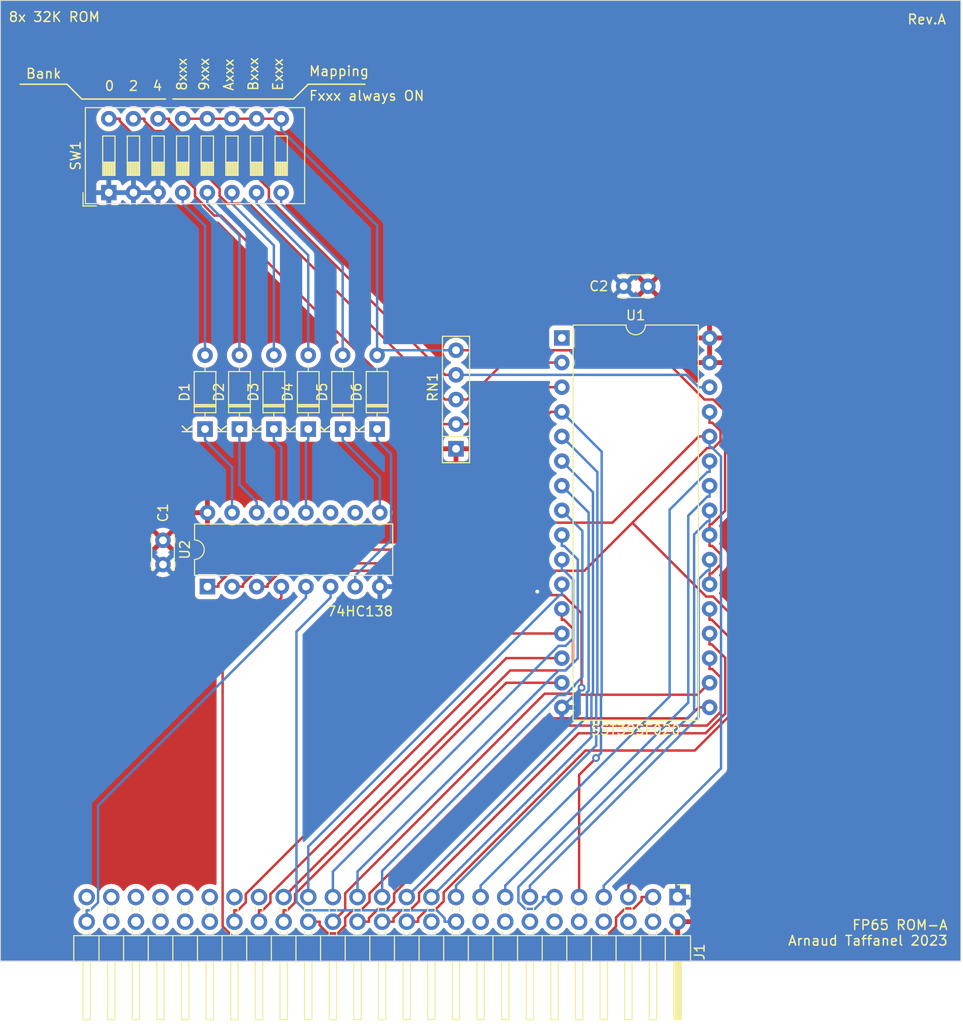
<source format=kicad_pcb>
(kicad_pcb (version 20221018) (generator pcbnew)
  (layers (0 "F.Cu" signal) (31 "B.Cu" signal) (34 "B.Paste" user) (35 "F.Paste" user) (36 "B.SilkS" user "B.Silkscreen") (37 "F.SilkS" user "F.Silkscreen") (38 "B.Mask" user) (39 "F.Mask" user) (44 "Edge.Cuts" user))
  (net 0 "")
  (net 1 "/~{8XXX}")
  (net 2 "Net-(D1-A)")
  (net 3 "/~{9XXX}")
  (net 4 "Net-(D2-A)")
  (net 5 "/~{AXXX}")
  (net 6 "Net-(D3-A)")
  (net 7 "/~{BXXX}")
  (net 8 "Net-(D4-A)")
  (net 9 "/~{EXXX}")
  (net 10 "Net-(D5-A)")
  (net 11 "/~{FXXX}")
  (net 12 "Net-(D6-A)")
  (net 13 "GND")
  (net 14 "VCC")
  (net 15 "/A15")
  (net 17 "/A14")
  (net 19 "/A13")
  (net 21 "/A12")
  (net 23 "/A11")
  (net 25 "/A10")
  (net 27 "/A9")
  (net 29 "/A8")
  (net 31 "/A7")
  (net 32 "/R{slash}~{W}")
  (net 33 "/A6")
  (net 35 "/A5")
  (net 36 "/D7")
  (net 37 "/A4")
  (net 38 "/D6")
  (net 39 "/A3")
  (net 40 "/D5")
  (net 41 "/A2")
  (net 42 "/D4")
  (net 43 "/A1")
  (net 44 "/D3")
  (net 45 "/A0")
  (net 46 "/D2")
  (net 48 "/D1")
  (net 50 "/D0")
  (net 62 "/~{BUS_SEL}")
  (net 63 "Net-(RN1-R1)")
  (net 64 "Net-(RN1-R2)")
  (net 65 "Net-(RN1-R3)")
  (net 67 "/~{DXXX}")
  (net 68 "/~{CXXX}")
  (footprint "Connector_PinHeader_2.54mm:PinHeader_2x25_P2.54mm_Horizontal" (layer "F.Cu") (at 158.496 151.892 -90)
    (fp_text reference "J1" (at 5.655 -2.27 90) (layer "F.SilkS"))
    (fp_text value "~")
    (pad "1" thru_hole rect (at 0 0 270) (size 1.7 1.7) (drill 1) (layers "*.Cu" "*.Mask") (net 13 "GND"))
    (pad "2" thru_hole oval (at 2.54 0 270) (size 1.7 1.7) (drill 1) (layers "*.Cu" "*.Mask") (net 14 "VCC"))
    (pad "3" thru_hole oval (at 0 2.54 270) (size 1.7 1.7) (drill 1) (layers "*.Cu" "*.Mask") (net 15 "/A15"))
    (pad "4" thru_hole oval (at 2.54 2.54 270) (size 1.7 1.7) (drill 1) (layers "*.Cu" "*.Mask"))
    (pad "5" thru_hole oval (at 0 5.08 270) (size 1.7 1.7) (drill 1) (layers "*.Cu" "*.Mask") (net 17 "/A14"))
    (pad "6" thru_hole oval (at 2.54 5.08 270) (size 1.7 1.7) (drill 1) (layers "*.Cu" "*.Mask"))
    (pad "7" thru_hole oval (at 0 7.62 270) (size 1.7 1.7) (drill 1) (layers "*.Cu" "*.Mask") (net 19 "/A13"))
    (pad "8" thru_hole oval (at 2.54 7.62 270) (size 1.7 1.7) (drill 1) (layers "*.Cu" "*.Mask"))
    (pad "9" thru_hole oval (at 0 10.16 270) (size 1.7 1.7) (drill 1) (layers "*.Cu" "*.Mask") (net 21 "/A12"))
    (pad "10" thru_hole oval (at 2.54 10.16 270) (size 1.7 1.7) (drill 1) (layers "*.Cu" "*.Mask"))
    (pad "11" thru_hole oval (at 0 12.7 270) (size 1.7 1.7) (drill 1) (layers "*.Cu" "*.Mask") (net 23 "/A11"))
    (pad "12" thru_hole oval (at 2.54 12.7 270) (size 1.7 1.7) (drill 1) (layers "*.Cu" "*.Mask"))
    (pad "13" thru_hole oval (at 0 15.24 270) (size 1.7 1.7) (drill 1) (layers "*.Cu" "*.Mask") (net 25 "/A10"))
    (pad "14" thru_hole oval (at 2.54 15.24 270) (size 1.7 1.7) (drill 1) (layers "*.Cu" "*.Mask"))
    (pad "15" thru_hole oval (at 0 17.78 270) (size 1.7 1.7) (drill 1) (layers "*.Cu" "*.Mask") (net 27 "/A9"))
    (pad "16" thru_hole oval (at 2.54 17.78 270) (size 1.7 1.7) (drill 1) (layers "*.Cu" "*.Mask"))
    (pad "17" thru_hole oval (at 0 20.32 270) (size 1.7 1.7) (drill 1) (layers "*.Cu" "*.Mask") (net 29 "/A8"))
    (pad "18" thru_hole oval (at 2.54 20.32 270) (size 1.7 1.7) (drill 1) (layers "*.Cu" "*.Mask"))
    (pad "19" thru_hole oval (at 0 22.86 270) (size 1.7 1.7) (drill 1) (layers "*.Cu" "*.Mask") (net 31 "/A7"))
    (pad "20" thru_hole oval (at 2.54 22.86 270) (size 1.7 1.7) (drill 1) (layers "*.Cu" "*.Mask") (net 32 "/R{slash}~{W}"))
    (pad "21" thru_hole oval (at 0 25.4 270) (size 1.7 1.7) (drill 1) (layers "*.Cu" "*.Mask") (net 33 "/A6"))
    (pad "22" thru_hole oval (at 2.54 25.4 270) (size 1.7 1.7) (drill 1) (layers "*.Cu" "*.Mask"))
    (pad "23" thru_hole oval (at 0 27.94 270) (size 1.7 1.7) (drill 1) (layers "*.Cu" "*.Mask") (net 35 "/A5"))
    (pad "24" thru_hole oval (at 2.54 27.94 270) (size 1.7 1.7) (drill 1) (layers "*.Cu" "*.Mask") (net 36 "/D7"))
    (pad "25" thru_hole oval (at 0 30.48 270) (size 1.7 1.7) (drill 1) (layers "*.Cu" "*.Mask") (net 37 "/A4"))
    (pad "26" thru_hole oval (at 2.54 30.48 270) (size 1.7 1.7) (drill 1) (layers "*.Cu" "*.Mask") (net 38 "/D6"))
    (pad "27" thru_hole oval (at 0 33.02 270) (size 1.7 1.7) (drill 1) (layers "*.Cu" "*.Mask") (net 39 "/A3"))
    (pad "28" thru_hole oval (at 2.54 33.02 270) (size 1.7 1.7) (drill 1) (layers "*.Cu" "*.Mask") (net 40 "/D5"))
    (pad "29" thru_hole oval (at 0 35.56 270) (size 1.7 1.7) (drill 1) (layers "*.Cu" "*.Mask") (net 41 "/A2"))
    (pad "30" thru_hole oval (at 2.54 35.56 270) (size 1.7 1.7) (drill 1) (layers "*.Cu" "*.Mask") (net 42 "/D4"))
    (pad "31" thru_hole oval (at 0 38.1 270) (size 1.7 1.7) (drill 1) (layers "*.Cu" "*.Mask") (net 43 "/A1"))
    (pad "32" thru_hole oval (at 2.54 38.1 270) (size 1.7 1.7) (drill 1) (layers "*.Cu" "*.Mask") (net 44 "/D3"))
    (pad "33" thru_hole oval (at 0 40.64 270) (size 1.7 1.7) (drill 1) (layers "*.Cu" "*.Mask") (net 45 "/A0"))
    (pad "34" thru_hole oval (at 2.54 40.64 270) (size 1.7 1.7) (drill 1) (layers "*.Cu" "*.Mask") (net 46 "/D2"))
    (pad "35" thru_hole oval (at 0 43.18 270) (size 1.7 1.7) (drill 1) (layers "*.Cu" "*.Mask"))
    (pad "36" thru_hole oval (at 2.54 43.18 270) (size 1.7 1.7) (drill 1) (layers "*.Cu" "*.Mask") (net 48 "/D1"))
    (pad "37" thru_hole oval (at 0 45.72 270) (size 1.7 1.7) (drill 1) (layers "*.Cu" "*.Mask"))
    (pad "38" thru_hole oval (at 2.54 45.72 270) (size 1.7 1.7) (drill 1) (layers "*.Cu" "*.Mask") (net 50 "/D0"))
    (pad "39" thru_hole oval (at 0 48.26 270) (size 1.7 1.7) (drill 1) (layers "*.Cu" "*.Mask"))
    (pad "40" thru_hole oval (at 2.54 48.26 270) (size 1.7 1.7) (drill 1) (layers "*.Cu" "*.Mask"))
    (pad "41" thru_hole oval (at 0 50.8 270) (size 1.7 1.7) (drill 1) (layers "*.Cu" "*.Mask"))
    (pad "42" thru_hole oval (at 2.54 50.8 270) (size 1.7 1.7) (drill 1) (layers "*.Cu" "*.Mask"))
    (pad "43" thru_hole oval (at 0 53.34 270) (size 1.7 1.7) (drill 1) (layers "*.Cu" "*.Mask"))
    (pad "44" thru_hole oval (at 2.54 53.34 270) (size 1.7 1.7) (drill 1) (layers "*.Cu" "*.Mask"))
    (pad "45" thru_hole oval (at 0 55.88 270) (size 1.7 1.7) (drill 1) (layers "*.Cu" "*.Mask"))
    (pad "46" thru_hole oval (at 2.54 55.88 270) (size 1.7 1.7) (drill 1) (layers "*.Cu" "*.Mask"))
    (pad "47" thru_hole oval (at 0 58.42 270) (size 1.7 1.7) (drill 1) (layers "*.Cu" "*.Mask"))
    (pad "48" thru_hole oval (at 2.54 58.42 270) (size 1.7 1.7) (drill 1) (layers "*.Cu" "*.Mask"))
    (pad "49" thru_hole oval (at 0 60.96 270) (size 1.7 1.7) (drill 1) (layers "*.Cu" "*.Mask"))
    (pad "50" thru_hole oval (at 2.54 60.96 270) (size 1.7 1.7) (drill 1) (layers "*.Cu" "*.Mask") (net 62 "/~{BUS_SEL}"))
  )
  (footprint "Package_DIP:DIP-32_W15.24mm" (layer "F.Cu") (at 146.553 94.234)
    (fp_text reference "U1" (at 7.62 -2.33) (layer "F.SilkS"))
    (fp_text value "SST39SF020" (at 7.62 40.43) (layer "F.SilkS"))
    (pad "1" thru_hole rect (at 0 0) (size 1.6 1.6) (drill 0.8) (layers "*.Cu" "*.Mask"))
    (pad "2" thru_hole oval (at 0 2.54) (size 1.6 1.6) (drill 0.8) (layers "*.Cu" "*.Mask") (net 64 "Net-(RN1-R2)"))
    (pad "3" thru_hole oval (at 0 5.08) (size 1.6 1.6) (drill 0.8) (layers "*.Cu" "*.Mask") (net 63 "Net-(RN1-R1)"))
    (pad "4" thru_hole oval (at 0 7.62) (size 1.6 1.6) (drill 0.8) (layers "*.Cu" "*.Mask") (net 21 "/A12"))
    (pad "5" thru_hole oval (at 0 10.16) (size 1.6 1.6) (drill 0.8) (layers "*.Cu" "*.Mask") (net 31 "/A7"))
    (pad "6" thru_hole oval (at 0 12.7) (size 1.6 1.6) (drill 0.8) (layers "*.Cu" "*.Mask") (net 33 "/A6"))
    (pad "7" thru_hole oval (at 0 15.24) (size 1.6 1.6) (drill 0.8) (layers "*.Cu" "*.Mask") (net 35 "/A5"))
    (pad "8" thru_hole oval (at 0 17.78) (size 1.6 1.6) (drill 0.8) (layers "*.Cu" "*.Mask") (net 37 "/A4"))
    (pad "9" thru_hole oval (at 0 20.32) (size 1.6 1.6) (drill 0.8) (layers "*.Cu" "*.Mask") (net 39 "/A3"))
    (pad "10" thru_hole oval (at 0 22.86) (size 1.6 1.6) (drill 0.8) (layers "*.Cu" "*.Mask") (net 41 "/A2"))
    (pad "11" thru_hole oval (at 0 25.4) (size 1.6 1.6) (drill 0.8) (layers "*.Cu" "*.Mask") (net 43 "/A1"))
    (pad "12" thru_hole oval (at 0 27.94) (size 1.6 1.6) (drill 0.8) (layers "*.Cu" "*.Mask") (net 45 "/A0"))
    (pad "13" thru_hole oval (at 0 30.48) (size 1.6 1.6) (drill 0.8) (layers "*.Cu" "*.Mask") (net 50 "/D0"))
    (pad "14" thru_hole oval (at 0 33.02) (size 1.6 1.6) (drill 0.8) (layers "*.Cu" "*.Mask") (net 48 "/D1"))
    (pad "15" thru_hole oval (at 0 35.56) (size 1.6 1.6) (drill 0.8) (layers "*.Cu" "*.Mask") (net 46 "/D2"))
    (pad "16" thru_hole oval (at 0 38.1) (size 1.6 1.6) (drill 0.8) (layers "*.Cu" "*.Mask") (net 13 "GND"))
    (pad "17" thru_hole oval (at 15.24 38.1) (size 1.6 1.6) (drill 0.8) (layers "*.Cu" "*.Mask") (net 44 "/D3"))
    (pad "18" thru_hole oval (at 15.24 35.56) (size 1.6 1.6) (drill 0.8) (layers "*.Cu" "*.Mask") (net 42 "/D4"))
    (pad "19" thru_hole oval (at 15.24 33.02) (size 1.6 1.6) (drill 0.8) (layers "*.Cu" "*.Mask") (net 40 "/D5"))
    (pad "20" thru_hole oval (at 15.24 30.48) (size 1.6 1.6) (drill 0.8) (layers "*.Cu" "*.Mask") (net 38 "/D6"))
    (pad "21" thru_hole oval (at 15.24 27.94) (size 1.6 1.6) (drill 0.8) (layers "*.Cu" "*.Mask") (net 36 "/D7"))
    (pad "22" thru_hole oval (at 15.24 25.4) (size 1.6 1.6) (drill 0.8) (layers "*.Cu" "*.Mask") (net 12 "Net-(D6-A)"))
    (pad "23" thru_hole oval (at 15.24 22.86) (size 1.6 1.6) (drill 0.8) (layers "*.Cu" "*.Mask") (net 25 "/A10"))
    (pad "24" thru_hole oval (at 15.24 20.32) (size 1.6 1.6) (drill 0.8) (layers "*.Cu" "*.Mask") (net 12 "Net-(D6-A)"))
    (pad "25" thru_hole oval (at 15.24 17.78) (size 1.6 1.6) (drill 0.8) (layers "*.Cu" "*.Mask") (net 23 "/A11"))
    (pad "26" thru_hole oval (at 15.24 15.24) (size 1.6 1.6) (drill 0.8) (layers "*.Cu" "*.Mask") (net 27 "/A9"))
    (pad "27" thru_hole oval (at 15.24 12.7) (size 1.6 1.6) (drill 0.8) (layers "*.Cu" "*.Mask") (net 29 "/A8"))
    (pad "28" thru_hole oval (at 15.24 10.16) (size 1.6 1.6) (drill 0.8) (layers "*.Cu" "*.Mask") (net 19 "/A13"))
    (pad "29" thru_hole oval (at 15.24 7.62) (size 1.6 1.6) (drill 0.8) (layers "*.Cu" "*.Mask") (net 17 "/A14"))
    (pad "30" thru_hole oval (at 15.24 5.08) (size 1.6 1.6) (drill 0.8) (layers "*.Cu" "*.Mask") (net 65 "Net-(RN1-R3)"))
    (pad "31" thru_hole oval (at 15.24 2.54) (size 1.6 1.6) (drill 0.8) (layers "*.Cu" "*.Mask") (net 14 "VCC"))
    (pad "32" thru_hole oval (at 15.24 0) (size 1.6 1.6) (drill 0.8) (layers "*.Cu" "*.Mask") (net 14 "VCC"))
  )
  (footprint "Resistor_THT:R_Array_SIP5" (layer "F.Cu") (at 135.636 105.664 90)
    (fp_text reference "RN1" (at 6.35 -2.4 90) (layer "F.SilkS"))
    (fp_text value "R_Network04")
    (pad "1" thru_hole rect (at 0 0 90) (size 1.6 1.6) (drill 0.8) (layers "*.Cu" "*.Mask") (net 14 "VCC"))
    (pad "2" thru_hole oval (at 2.54 0 90) (size 1.6 1.6) (drill 0.8) (layers "*.Cu" "*.Mask") (net 63 "Net-(RN1-R1)"))
    (pad "3" thru_hole oval (at 5.08 0 90) (size 1.6 1.6) (drill 0.8) (layers "*.Cu" "*.Mask") (net 64 "Net-(RN1-R2)"))
    (pad "4" thru_hole oval (at 7.62 0 90) (size 1.6 1.6) (drill 0.8) (layers "*.Cu" "*.Mask") (net 65 "Net-(RN1-R3)"))
    (pad "5" thru_hole oval (at 10.16 0 90) (size 1.6 1.6) (drill 0.8) (layers "*.Cu" "*.Mask") (net 12 "Net-(D6-A)"))
  )
  (footprint "Capacitor_THT:C_Disc_D3.4mm_W2.1mm_P2.50mm" (layer "F.Cu") (at 155.428 88.9 180)
    (fp_text reference "C2" (at 5.06 0) (layer "F.SilkS"))
    (fp_text value "C")
    (pad "1" thru_hole circle (at 0 0 180) (size 1.6 1.6) (drill 0.8) (layers "*.Cu" "*.Mask") (net 14 "VCC"))
    (pad "2" thru_hole circle (at 2.5 0 180) (size 1.6 1.6) (drill 0.8) (layers "*.Cu" "*.Mask") (net 13 "GND"))
  )
  (footprint "Diode_THT:D_DO-35_SOD27_P7.62mm_Horizontal" (layer "F.Cu") (at 120.396 103.632 90)
    (fp_text reference "D4" (at 3.81 -2.12 90) (layer "F.SilkS"))
    (fp_text value "D_Schottky")
    (fp_text user "K" (at 0 -1.8 90) (layer "F.SilkS"))
    (pad "1" thru_hole rect (at 0 0 90) (size 1.6 1.6) (drill 0.8) (layers "*.Cu" "*.Mask") (net 7 "/~{BXXX}"))
    (pad "2" thru_hole oval (at 7.62 0 90) (size 1.6 1.6) (drill 0.8) (layers "*.Cu" "*.Mask") (net 8 "Net-(D4-A)"))
  )
  (footprint "Package_DIP:DIP-16_W7.62mm" (layer "F.Cu") (at 109.997 119.878 90)
    (fp_text reference "U2" (at 3.81 -2.33 90) (layer "F.SilkS"))
    (fp_text value "74HC138" (at -2.55 15.733 180) (layer "F.SilkS"))
    (pad "1" thru_hole rect (at 0 0 90) (size 1.6 1.6) (drill 0.8) (layers "*.Cu" "*.Mask") (net 21 "/A12"))
    (pad "2" thru_hole oval (at 0 2.54 90) (size 1.6 1.6) (drill 0.8) (layers "*.Cu" "*.Mask") (net 19 "/A13"))
    (pad "3" thru_hole oval (at 0 5.08 90) (size 1.6 1.6) (drill 0.8) (layers "*.Cu" "*.Mask") (net 17 "/A14"))
    (pad "4" thru_hole oval (at 0 7.62 90) (size 1.6 1.6) (drill 0.8) (layers "*.Cu" "*.Mask") (net 15 "/A15"))
    (pad "5" thru_hole oval (at 0 10.16 90) (size 1.6 1.6) (drill 0.8) (layers "*.Cu" "*.Mask") (net 62 "/~{BUS_SEL}"))
    (pad "6" thru_hole oval (at 0 12.7 90) (size 1.6 1.6) (drill 0.8) (layers "*.Cu" "*.Mask") (net 32 "/R{slash}~{W}"))
    (pad "7" thru_hole oval (at 0 15.24 90) (size 1.6 1.6) (drill 0.8) (layers "*.Cu" "*.Mask") (net 11 "/~{FXXX}"))
    (pad "8" thru_hole oval (at 0 17.78 90) (size 1.6 1.6) (drill 0.8) (layers "*.Cu" "*.Mask") (net 13 "GND"))
    (pad "9" thru_hole oval (at 7.62 17.78 90) (size 1.6 1.6) (drill 0.8) (layers "*.Cu" "*.Mask") (net 9 "/~{EXXX}"))
    (pad "10" thru_hole oval (at 7.62 15.24 90) (size 1.6 1.6) (drill 0.8) (layers "*.Cu" "*.Mask") (net 67 "/~{DXXX}"))
    (pad "11" thru_hole oval (at 7.62 12.7 90) (size 1.6 1.6) (drill 0.8) (layers "*.Cu" "*.Mask") (net 68 "/~{CXXX}"))
    (pad "12" thru_hole oval (at 7.62 10.16 90) (size 1.6 1.6) (drill 0.8) (layers "*.Cu" "*.Mask") (net 7 "/~{BXXX}"))
    (pad "13" thru_hole oval (at 7.62 7.62 90) (size 1.6 1.6) (drill 0.8) (layers "*.Cu" "*.Mask") (net 5 "/~{AXXX}"))
    (pad "14" thru_hole oval (at 7.62 5.08 90) (size 1.6 1.6) (drill 0.8) (layers "*.Cu" "*.Mask") (net 3 "/~{9XXX}"))
    (pad "15" thru_hole oval (at 7.62 2.54 90) (size 1.6 1.6) (drill 0.8) (layers "*.Cu" "*.Mask") (net 1 "/~{8XXX}"))
    (pad "16" thru_hole oval (at 7.62 0 90) (size 1.6 1.6) (drill 0.8) (layers "*.Cu" "*.Mask") (net 14 "VCC"))
  )
  (footprint "Diode_THT:D_DO-35_SOD27_P7.62mm_Horizontal" (layer "F.Cu") (at 109.746 103.632 90)
    (fp_text reference "D1" (at 3.81 -2.12 90) (layer "F.SilkS"))
    (fp_text value "D_Schottky")
    (fp_text user "K" (at 0 -1.8 90) (layer "F.SilkS"))
    (pad "1" thru_hole rect (at 0 0 90) (size 1.6 1.6) (drill 0.8) (layers "*.Cu" "*.Mask") (net 1 "/~{8XXX}"))
    (pad "2" thru_hole oval (at 7.62 0 90) (size 1.6 1.6) (drill 0.8) (layers "*.Cu" "*.Mask") (net 2 "Net-(D1-A)"))
  )
  (footprint "Capacitor_THT:C_Disc_D3.4mm_W2.1mm_P2.50mm" (layer "F.Cu") (at 105.41 115.102 -90)
    (fp_text reference "C1" (at -2.834 0 90) (layer "F.SilkS"))
    (fp_text value "C")
    (pad "1" thru_hole circle (at 0 0 270) (size 1.6 1.6) (drill 0.8) (layers "*.Cu" "*.Mask") (net 14 "VCC"))
    (pad "2" thru_hole circle (at 2.5 0 270) (size 1.6 1.6) (drill 0.8) (layers "*.Cu" "*.Mask") (net 13 "GND"))
  )
  (footprint "Diode_THT:D_DO-35_SOD27_P7.62mm_Horizontal" (layer "F.Cu") (at 127.496 103.632 90)
    (fp_text reference "D6" (at 3.81 -2.12 90) (layer "F.SilkS"))
    (fp_text value "D_Schottky")
    (fp_text user "K" (at 0 -1.8 90) (layer "F.SilkS"))
    (pad "1" thru_hole rect (at 0 0 90) (size 1.6 1.6) (drill 0.8) (layers "*.Cu" "*.Mask") (net 11 "/~{FXXX}"))
    (pad "2" thru_hole oval (at 7.62 0 90) (size 1.6 1.6) (drill 0.8) (layers "*.Cu" "*.Mask") (net 12 "Net-(D6-A)"))
  )
  (footprint "Diode_THT:D_DO-35_SOD27_P7.62mm_Horizontal" (layer "F.Cu") (at 113.296 103.632 90)
    (fp_text reference "D2" (at 3.81 -2.12 90) (layer "F.SilkS"))
    (fp_text value "D_Schottky")
    (fp_text user "K" (at 0 -1.8 90) (layer "F.SilkS"))
    (pad "1" thru_hole rect (at 0 0 90) (size 1.6 1.6) (drill 0.8) (layers "*.Cu" "*.Mask") (net 3 "/~{9XXX}"))
    (pad "2" thru_hole oval (at 7.62 0 90) (size 1.6 1.6) (drill 0.8) (layers "*.Cu" "*.Mask") (net 4 "Net-(D2-A)"))
  )
  (footprint "Button_Switch_THT:SW_DIP_SPSTx08_Slide_9.78x22.5mm_W7.62mm_P2.54mm" (layer "F.Cu") (at 99.822 79.248 90)
    (fp_text reference "SW1" (at 3.81 -3.42 90) (layer "F.SilkS"))
    (fp_text value "SW_DIP_x08")
    (pad "1" thru_hole rect (at 0 0 90) (size 1.6 1.6) (drill 0.8) (layers "*.Cu" "*.Mask") (net 13 "GND"))
    (pad "2" thru_hole oval (at 0 2.54 90) (size 1.6 1.6) (drill 0.8) (layers "*.Cu" "*.Mask") (net 13 "GND"))
    (pad "3" thru_hole oval (at 0 5.08 90) (size 1.6 1.6) (drill 0.8) (layers "*.Cu" "*.Mask") (net 13 "GND"))
    (pad "4" thru_hole oval (at 0 7.62 90) (size 1.6 1.6) (drill 0.8) (layers "*.Cu" "*.Mask") (net 2 "Net-(D1-A)"))
    (pad "5" thru_hole oval (at 0 10.16 90) (size 1.6 1.6) (drill 0.8) (layers "*.Cu" "*.Mask") (net 4 "Net-(D2-A)"))
    (pad "6" thru_hole oval (at 0 12.7 90) (size 1.6 1.6) (drill 0.8) (layers "*.Cu" "*.Mask") (net 6 "Net-(D3-A)"))
    (pad "7" thru_hole oval (at 0 15.24 90) (size 1.6 1.6) (drill 0.8) (layers "*.Cu" "*.Mask") (net 8 "Net-(D4-A)"))
    (pad "8" thru_hole oval (at 0 17.78 90) (size 1.6 1.6) (drill 0.8) (layers "*.Cu" "*.Mask") (net 10 "Net-(D5-A)"))
    (pad "9" thru_hole oval (at 7.62 17.78 90) (size 1.6 1.6) (drill 0.8) (layers "*.Cu" "*.Mask") (net 12 "Net-(D6-A)"))
    (pad "10" thru_hole oval (at 7.62 15.24 90) (size 1.6 1.6) (drill 0.8) (layers "*.Cu" "*.Mask") (net 12 "Net-(D6-A)"))
    (pad "11" thru_hole oval (at 7.62 12.7 90) (size 1.6 1.6) (drill 0.8) (layers "*.Cu" "*.Mask") (net 12 "Net-(D6-A)"))
    (pad "12" thru_hole oval (at 7.62 10.16 90) (size 1.6 1.6) (drill 0.8) (layers "*.Cu" "*.Mask") (net 12 "Net-(D6-A)"))
    (pad "13" thru_hole oval (at 7.62 7.62 90) (size 1.6 1.6) (drill 0.8) (layers "*.Cu" "*.Mask") (net 12 "Net-(D6-A)"))
    (pad "14" thru_hole oval (at 7.62 5.08 90) (size 1.6 1.6) (drill 0.8) (layers "*.Cu" "*.Mask") (net 65 "Net-(RN1-R3)"))
    (pad "15" thru_hole oval (at 7.62 2.54 90) (size 1.6 1.6) (drill 0.8) (layers "*.Cu" "*.Mask") (net 64 "Net-(RN1-R2)"))
    (pad "16" thru_hole oval (at 7.62 0 90) (size 1.6 1.6) (drill 0.8) (layers "*.Cu" "*.Mask") (net 63 "Net-(RN1-R1)"))
  )
  (footprint "Diode_THT:D_DO-35_SOD27_P7.62mm_Horizontal" (layer "F.Cu") (at 116.846 103.632 90)
    (fp_text reference "D3" (at 3.81 -2.12 90) (layer "F.SilkS"))
    (fp_text value "D_Schottky")
    (fp_text user "K" (at 0 -1.8 90) (layer "F.SilkS"))
    (pad "1" thru_hole rect (at 0 0 90) (size 1.6 1.6) (drill 0.8) (layers "*.Cu" "*.Mask") (net 5 "/~{AXXX}"))
    (pad "2" thru_hole oval (at 7.62 0 90) (size 1.6 1.6) (drill 0.8) (layers "*.Cu" "*.Mask") (net 6 "Net-(D3-A)"))
  )
  (footprint "Diode_THT:D_DO-35_SOD27_P7.62mm_Horizontal" (layer "F.Cu") (at 123.946 103.632 90)
    (fp_text reference "D5" (at 3.81 -2.12 90) (layer "F.SilkS"))
    (fp_text value "D_Schottky")
    (fp_text user "K" (at 0 -1.8 90) (layer "F.SilkS"))
    (pad "1" thru_hole rect (at 0 0 90) (size 1.6 1.6) (drill 0.8) (layers "*.Cu" "*.Mask") (net 9 "/~{EXXX}"))
    (pad "2" thru_hole oval (at 7.62 0 90) (size 1.6 1.6) (drill 0.8) (layers "*.Cu" "*.Mask") (net 10 "Net-(D5-A)"))
  )
  (gr_line (start 106.426 69.596) (end 118.872 69.596) (stroke (width 0.15)) (layer "F.SilkS"))
  (gr_line (start 95.504 68.072) (end 97.028 69.596) (stroke (width 0.15)) (layer "F.SilkS"))
  (gr_line (start 118.872 69.596) (end 120.396 68.072) (stroke (width 0.15)) (layer "F.SilkS"))
  (gr_line (start 97.028 69.596) (end 105.664 69.596) (stroke (width 0.15)) (layer "F.SilkS"))
  (gr_line (start 90.678 68.072) (end 95.504 68.072) (stroke (width 0.15)) (layer "F.SilkS"))
  (gr_line (start 120.396 68.072) (end 126.238 68.072) (stroke (width 0.15)) (layer "F.SilkS"))
  (gr_line (start 187.706 59.436) (end 187.706 158.496) (stroke (width 0.1)) (layer "Edge.Cuts"))
  (gr_line (start 187.706 158.496) (end 88.646 158.496) (stroke (width 0.1)) (layer "Edge.Cuts"))
  (gr_line (start 88.646 158.496) (end 88.646 59.436) (stroke (width 0.1)) (layer "Edge.Cuts"))
  (gr_line (start 88.646 59.436) (end 187.706 59.436) (stroke (width 0.1)) (layer "Edge.Cuts"))
  (gr_text "Exxx" (at 117.856 68.834 90) (layer "F.SilkS") (effects (font (size 1 1)) (justify left bottom)))
  (gr_text "Bank" (at 91.186 67.564) (layer "F.SilkS") (effects (font (size 1 1)) (justify left bottom)))
  (gr_text "Mapping" (at 120.396 67.31) (layer "F.SilkS") (effects (font (size 1 1)) (justify left bottom)))
  (gr_text "9xxx" (at 110.236 68.834 90) (layer "F.SilkS") (effects (font (size 1 1)) (justify left bottom)))
  (gr_text "Rev.A" (at 182.118 61.976) (layer "F.SilkS") (effects (font (size 1 1)) (justify left bottom)))
  (gr_text "Axxx" (at 112.776 68.834 90) (layer "F.SilkS") (effects (font (size 1 1)) (justify left bottom)))
  (gr_text "8xxx" (at 107.95 68.834 90) (layer "F.SilkS") (effects (font (size 1 1)) (justify left bottom)))
  (gr_text "FP65 ROM-A\nArnaud Taffanel 2023" (at 186.436 156.972) (layer "F.SilkS") (effects (font (size 1 1)) (justify right bottom)))
  (gr_text "Bxxx" (at 115.316 68.834 90) (layer "F.SilkS") (effects (font (size 1 1)) (justify left bottom)))
  (gr_text "0  2  4" (at 99.314 68.834) (layer "F.SilkS") (effects (font (size 1 1)) (justify left bottom)))
  (gr_text "Fxxx always ON" (at 120.396 69.85) (layer "F.SilkS") (effects (font (size 1 1)) (justify left bottom)))
  (gr_text "8x 32K ROM" (at 89.408 61.722) (layer "F.SilkS") (effects (font (size 1 1)) (justify left bottom)))
  (segment (start 109.746 103.632) (end 109.746 104.7589) (width 0.25) (layer "B.Cu") (net 1))
  (segment (start 109.746 104.7589) (end 112.537 107.5499) (width 0.25) (layer "B.Cu") (net 1))
  (segment (start 112.537 107.5499) (end 112.537 112.258) (width 0.25) (layer "B.Cu") (net 1))
  (segment (start 109.746 82.6789) (end 109.746 96.012) (width 0.25) (layer "B.Cu") (net 2))
  (segment (start 107.442 80.3749) (end 109.746 82.6789) (width 0.25) (layer "B.Cu") (net 2))
  (segment (start 107.442 79.248) (end 107.442 80.3749) (width 0.25) (layer "B.Cu") (net 2))
  (segment (start 115.077 112.258) (end 115.077 111.1311) (width 0.25) (layer "B.Cu") (net 3))
  (segment (start 113.296 109.3501) (end 115.077 111.1311) (width 0.25) (layer "B.Cu") (net 3))
  (segment (start 113.296 103.632) (end 113.296 109.3501) (width 0.25) (layer "B.Cu") (net 3))
  (segment (start 113.296 83.6889) (end 113.296 96.012) (width 0.25) (layer "B.Cu") (net 4))
  (segment (start 109.982 79.248) (end 109.982 80.3749) (width 0.25) (layer "B.Cu") (net 4))
  (segment (start 109.982 80.3749) (end 113.296 83.6889) (width 0.25) (layer "B.Cu") (net 4))
  (segment (start 116.846 104.7589) (end 117.617 105.5299) (width 0.25) (layer "B.Cu") (net 5))
  (segment (start 117.617 105.5299) (end 117.617 112.258) (width 0.25) (layer "B.Cu") (net 5))
  (segment (start 116.846 103.632) (end 116.846 104.7589) (width 0.25) (layer "B.Cu") (net 5))
  (segment (start 116.846 96.012) (end 116.846 84.6989) (width 0.25) (layer "B.Cu") (net 6))
  (segment (start 112.522 79.248) (end 112.522 80.3749) (width 0.25) (layer "B.Cu") (net 6))
  (segment (start 116.846 84.6989) (end 112.522 80.3749) (width 0.25) (layer "B.Cu") (net 6))
  (segment (start 120.157 104.9979) (end 120.157 112.258) (width 0.25) (layer "B.Cu") (net 7))
  (segment (start 120.396 104.7589) (end 120.157 104.9979) (width 0.25) (layer "B.Cu") (net 7))
  (segment (start 120.396 103.632) (end 120.396 104.7589) (width 0.25) (layer "B.Cu") (net 7))
  (segment (start 115.062 80.3749) (end 120.396 85.7089) (width 0.25) (layer "B.Cu") (net 8))
  (segment (start 120.396 85.7089) (end 120.396 96.012) (width 0.25) (layer "B.Cu") (net 8))
  (segment (start 115.062 79.248) (end 115.062 80.3749) (width 0.25) (layer "B.Cu") (net 8))
  (segment (start 127.777 108.5899) (end 127.777 112.258) (width 0.25) (layer "B.Cu") (net 9))
  (segment (start 123.946 104.7589) (end 127.777 108.5899) (width 0.25) (layer "B.Cu") (net 9))
  (segment (start 123.946 103.632) (end 123.946 104.7589) (width 0.25) (layer "B.Cu") (net 9))
  (segment (start 123.946 96.012) (end 123.946 86.7189) (width 0.25) (layer "B.Cu") (net 10))
  (segment (start 123.946 86.7189) (end 117.602 80.3749) (width 0.25) (layer "B.Cu") (net 10))
  (segment (start 117.602 79.248) (end 117.602 80.3749) (width 0.25) (layer "B.Cu") (net 10))
  (segment (start 127.496 103.632) (end 127.496 104.7589) (width 0.25) (layer "B.Cu") (net 11))
  (segment (start 128.9324 115.0557) (end 125.237 118.7511) (width 0.25) (layer "B.Cu") (net 11))
  (segment (start 125.237 119.878) (end 125.237 118.7511) (width 0.25) (layer "B.Cu") (net 11))
  (segment (start 128.9324 106.1953) (end 128.9324 115.0557) (width 0.25) (layer "B.Cu") (net 11))
  (segment (start 127.496 104.7589) (end 128.9324 106.1953) (width 0.25) (layer "B.Cu") (net 11))
  (segment (start 161.793 119.634) (end 161.793 118.5071) (width 0.25) (layer "F.Cu") (net 12))
  (segment (start 161.793 114.554) (end 161.793 115.6809) (width 0.25) (layer "F.Cu") (net 12))
  (segment (start 161.793 115.6809) (end 162.0747 115.6809) (width 0.25) (layer "F.Cu") (net 12))
  (segment (start 112.522 71.628) (end 115.062 71.628) (width 0.25) (layer "F.Cu") (net 12))
  (segment (start 162.0265 113.4271) (end 161.793 113.4271) (width 0.25) (layer "F.Cu") (net 12))
  (segment (start 163.3902 112.0634) (end 162.0265 113.4271) (width 0.25) (layer "F.Cu") (net 12))
  (segment (start 161.2628 100.584) (end 162.1642 100.584) (width 0.25) (layer "F.Cu") (net 12))
  (segment (start 162.1642 100.584) (end 163.3902 101.81) (width 0.25) (layer "F.Cu") (net 12))
  (segment (start 135.636 95.504) (end 156.1828 95.504) (width 0.25) (layer "F.Cu") (net 12))
  (segment (start 162.9424 116.5486) (end 162.9424 117.5912) (width 0.25) (layer "F.Cu") (net 12))
  (segment (start 163.3902 101.81) (end 163.3902 112.0634) (width 0.25) (layer "F.Cu") (net 12))
  (segment (start 109.982 71.628) (end 107.442 71.628) (width 0.25) (layer "F.Cu") (net 12))
  (segment (start 162.0747 115.6809) (end 162.9424 116.5486) (width 0.25) (layer "F.Cu") (net 12))
  (segment (start 112.522 71.628) (end 109.982 71.628) (width 0.25) (layer "F.Cu") (net 12))
  (segment (start 156.1828 95.504) (end 161.2628 100.584) (width 0.25) (layer "F.Cu") (net 12))
  (segment (start 162.9424 117.5912) (end 162.0265 118.5071) (width 0.25) (layer "F.Cu") (net 12))
  (segment (start 115.062 71.628) (end 117.602 71.628) (width 0.25) (layer "F.Cu") (net 12))
  (segment (start 161.793 114.554) (end 161.793 113.4271) (width 0.25) (layer "F.Cu") (net 12))
  (segment (start 162.0265 118.5071) (end 161.793 118.5071) (width 0.25) (layer "F.Cu") (net 12))
  (segment (start 117.602 71.628) (end 117.602 72.7549) (width 0.25) (layer "B.Cu") (net 12))
  (segment (start 127.496 95.504) (end 134.5091 95.504) (width 0.25) (layer "B.Cu") (net 12))
  (segment (start 127.496 95.504) (end 127.496 82.6489) (width 0.25) (layer "B.Cu") (net 12))
  (segment (start 127.496 96.012) (end 127.496 95.504) (width 0.25) (layer "B.Cu") (net 12))
  (segment (start 135.636 95.504) (end 134.5091 95.504) (width 0.25) (layer "B.Cu") (net 12))
  (segment (start 127.496 82.6489) (end 117.602 72.7549) (width 0.25) (layer "B.Cu") (net 12))
  (segment (start 144.381 120.759) (end 144.018 120.396) (width 0.25) (layer "F.Cu") (net 13))
  (segment (start 148.59 130.302) (end 148.59 122.627122) (width 0.25) (layer "F.Cu") (net 13))
  (segment (start 148.59 122.627122) (end 146.721878 120.759) (width 0.25) (layer "F.Cu") (net 13))
  (segment (start 146.721878 120.759) (end 144.381 120.759) (width 0.25) (layer "F.Cu") (net 13))
  (via (at 148.59 130.302) (size 0.8) (drill 0.4) (layers "F.Cu" "B.Cu") (net 13))
  (via (at 144.018 120.396) (size 0.8) (drill 0.4) (layers "F.Cu" "B.Cu") (net 13))
  (segment (start 148.585 130.302) (end 148.59 130.302) (width 0.25) (layer "B.Cu") (net 13))
  (segment (start 146.553 132.334) (end 148.585 130.302) (width 0.25) (layer "B.Cu") (net 13))
  (segment (start 154.7791 151.892) (end 154.7791 152.2599) (width 0.25) (layer "F.Cu") (net 15))
  (segment (start 111.5609 127.061) (end 117.617 121.0049) (width 0.25) (layer "F.Cu") (net 15))
  (segment (start 152.146 154.0011) (end 152.146 154.9046) (width 0.25) (layer "F.Cu") (net 15))
  (segment (start 154.7791 152.2599) (end 153.9701 153.0689) (width 0.25) (layer "F.Cu") (net 15))
  (segment (start 155.956 151.892) (end 154.7791 151.892) (width 0.25) (layer "F.Cu") (net 15))
  (segment (start 112.7366 156.0858) (end 111.5609 154.9101) (width 0.25) (layer "F.Cu") (net 15))
  (segment (start 153.0782 153.0689) (end 152.146 154.0011) (width 0.25) (layer "F.Cu") (net 15))
  (segment (start 153.9701 153.0689) (end 153.0782 153.0689) (width 0.25) (layer "F.Cu") (net 15))
  (segment (start 150.9648 156.0858) (end 112.7366 156.0858) (width 0.25) (layer "F.Cu") (net 15))
  (segment (start 152.146 154.9046) (end 150.9648 156.0858) (width 0.25) (layer "F.Cu") (net 15))
  (segment (start 111.5609 154.9101) (end 111.5609 127.061) (width 0.25) (layer "F.Cu") (net 15))
  (segment (start 117.617 119.878) (end 117.617 121.0049) (width 0.25) (layer "F.Cu") (net 15))
  (segment (start 164.3641 123.1098) (end 162.1583 120.904) (width 0.25) (layer "F.Cu") (net 17))
  (segment (start 148.8813 118.2427) (end 117.6057 118.2427) (width 0.25) (layer "F.Cu") (net 17))
  (segment (start 161.4399 120.904) (end 153.83 113.294) (width 0.25) (layer "F.Cu") (net 17))
  (segment (start 117.6057 118.2427) (end 116.2039 119.6445) (width 0.25) (layer "F.Cu") (net 17))
  (segment (start 161.793 101.854) (end 161.793 102.9809) (width 0.25) (layer "F.Cu") (net 17))
  (segment (start 153.83 113.294) (end 148.8813 118.2427) (width 0.25) (layer "F.Cu") (net 17))
  (segment (start 162.9199 104.8646) (end 162.1944 105.5901) (width 0.25) (layer "F.Cu") (net 17))
  (segment (start 162.9199 103.826) (end 162.9199 104.8646) (width 0.25) (layer "F.Cu") (net 17))
  (segment (start 161.5339 105.5901) (end 153.83 113.294) (width 0.25) (layer "F.Cu") (net 17))
  (segment (start 153.416 150.7151) (end 164.3641 139.767) (width 0.25) (layer "F.Cu") (net 17))
  (segment (start 116.2039 119.6445) (end 116.2039 119.878) (width 0.25) (layer "F.Cu") (net 17))
  (segment (start 162.1583 120.904) (end 161.4399 120.904) (width 0.25) (layer "F.Cu") (net 17))
  (segment (start 162.0748 102.9809) (end 162.9199 103.826) (width 0.25) (layer "F.Cu") (net 17))
  (segment (start 164.3641 139.767) (end 164.3641 123.1098) (width 0.25) (layer "F.Cu") (net 17))
  (segment (start 115.077 119.878) (end 116.2039 119.878) (width 0.25) (layer "F.Cu") (net 17))
  (segment (start 153.416 151.892) (end 153.416 150.7151) (width 0.25) (layer "F.Cu") (net 17))
  (segment (start 162.1944 105.5901) (end 161.5339 105.5901) (width 0.25) (layer "F.Cu") (net 17))
  (segment (start 161.793 102.9809) (end 162.0748 102.9809) (width 0.25) (layer "F.Cu") (net 17))
  (segment (start 160.6661 104.394) (end 151.7761 113.284) (width 0.25) (layer "F.Cu") (net 19))
  (segment (start 112.537 119.878) (end 113.6639 119.878) (width 0.25) (layer "F.Cu") (net 19))
  (segment (start 161.793 104.394) (end 160.6661 104.394) (width 0.25) (layer "F.Cu") (net 19))
  (segment (start 151.7761 113.284) (end 140.7219 113.284) (width 0.25) (layer "F.Cu") (net 19))
  (segment (start 136.5297 117.4762) (end 115.8322 117.4762) (width 0.25) (layer "F.Cu") (net 19))
  (segment (start 140.7219 113.284) (end 136.5297 117.4762) (width 0.25) (layer "F.Cu") (net 19))
  (segment (start 115.8322 117.4762) (end 113.6639 119.6445) (width 0.25) (layer "F.Cu") (net 19))
  (segment (start 113.6639 119.6445) (end 113.6639 119.878) (width 0.25) (layer "F.Cu") (net 19))
  (segment (start 162.975 138.6161) (end 150.876 150.7151) (width 0.25) (layer "B.Cu") (net 19))
  (segment (start 162.975 106.4694) (end 162.975 138.6161) (width 0.25) (layer "B.Cu") (net 19))
  (segment (start 161.793 104.394) (end 161.793 105.5209) (width 0.25) (layer "B.Cu") (net 19))
  (segment (start 162.0265 105.5209) (end 162.975 106.4694) (width 0.25) (layer "B.Cu") (net 19))
  (segment (start 161.793 105.5209) (end 162.0265 105.5209) (width 0.25) (layer "B.Cu") (net 19))
  (segment (start 150.876 151.892) (end 150.876 150.7151) (width 0.25) (layer "B.Cu") (net 19))
  (segment (start 111.1239 119.5963) (end 111.1239 119.878) (width 0.25) (layer "F.Cu") (net 21))
  (segment (start 145.4261 101.854) (end 131.2121 116.068) (width 0.25) (layer "F.Cu") (net 21))
  (segment (start 146.553 101.854) (end 145.4261 101.854) (width 0.25) (layer "F.Cu") (net 21))
  (segment (start 114.6522 116.068) (end 111.1239 119.5963) (width 0.25) (layer "F.Cu") (net 21))
  (segment (start 148.336 139.2999) (end 150.0806 137.5553) (width 0.25) (layer "F.Cu") (net 21))
  (segment (start 131.2121 116.068) (end 114.6522 116.068) (width 0.25) (layer "F.Cu") (net 21))
  (segment (start 148.336 151.892) (end 148.336 139.2999) (width 0.25) (layer "F.Cu") (net 21))
  (segment (start 109.997 119.878) (end 111.1239 119.878) (width 0.25) (layer "F.Cu") (net 21))
  (via (at 150.0806 137.5553) (size 0.8) (drill 0.4) (layers "F.Cu" "B.Cu") (net 21))
  (segment (start 150.665 131.161493) (end 150.5897 131.236793) (width 0.25) (layer "B.Cu") (net 21))
  (segment (start 150.5897 137.0462) (end 150.0806 137.5553) (width 0.25) (layer "B.Cu") (net 21))
  (segment (start 150.665 105.966) (end 150.665 131.161493) (width 0.25) (layer "B.Cu") (net 21))
  (segment (start 146.553 101.854) (end 150.665 105.966) (width 0.25) (layer "B.Cu") (net 21))
  (segment (start 150.5897 131.236793) (end 150.5897 137.0462) (width 0.25) (layer "B.Cu") (net 21))
  (segment (start 144.6191 152.2598) (end 143.7693 153.1096) (width 0.25) (layer "B.Cu") (net 23))
  (segment (start 145.796 151.892) (end 144.6191 151.892) (width 0.25) (layer "B.Cu") (net 23))
  (segment (start 143.7693 153.1096) (end 142.7727 153.1096) (width 0.25) (layer "B.Cu") (net 23))
  (segment (start 142.7727 153.1096) (end 142.0702 152.4071) (width 0.25) (layer "B.Cu") (net 23))
  (segment (start 160.1985 114.5019) (end 161.5595 113.1409) (width 0.25) (layer "B.Cu") (net 23))
  (segment (start 142.0702 150.8562) (end 160.1985 132.7279) (width 0.25) (layer "B.Cu") (net 23))
  (segment (start 160.1985 132.7279) (end 160.1985 114.5019) (width 0.25) (layer "B.Cu") (net 23))
  (segment (start 144.6191 151.892) (end 144.6191 152.2598) (width 0.25) (layer "B.Cu") (net 23))
  (segment (start 161.5595 113.1409) (end 161.793 113.1409) (width 0.25) (layer "B.Cu") (net 23))
  (segment (start 161.793 112.014) (end 161.793 113.1409) (width 0.25) (layer "B.Cu") (net 23))
  (segment (start 142.0702 152.4071) (end 142.0702 150.8562) (width 0.25) (layer "B.Cu") (net 23))
  (segment (start 161.5595 118.2209) (end 161.793 118.2209) (width 0.25) (layer "B.Cu") (net 25))
  (segment (start 160.6585 133.3126) (end 160.6585 119.1219) (width 0.25) (layer "B.Cu") (net 25))
  (segment (start 143.256 151.892) (end 143.256 150.7151) (width 0.25) (layer "B.Cu") (net 25))
  (segment (start 161.793 117.094) (end 161.793 118.2209) (width 0.25) (layer "B.Cu") (net 25))
  (segment (start 160.6585 119.1219) (end 161.5595 118.2209) (width 0.25) (layer "B.Cu") (net 25))
  (segment (start 143.256 150.7151) (end 160.6585 133.3126) (width 0.25) (layer "B.Cu") (net 25))
  (segment (start 140.716 150.7151) (end 159.5962 131.8349) (width 0.25) (layer "B.Cu") (net 27))
  (segment (start 161.793 109.474) (end 161.793 110.6009) (width 0.25) (layer "B.Cu") (net 27))
  (segment (start 159.5962 131.8349) (end 159.5962 112.5642) (width 0.25) (layer "B.Cu") (net 27))
  (segment (start 140.716 151.892) (end 140.716 150.7151) (width 0.25) (layer "B.Cu") (net 27))
  (segment (start 159.5962 112.5642) (end 161.5595 110.6009) (width 0.25) (layer "B.Cu") (net 27))
  (segment (start 161.5595 110.6009) (end 161.793 110.6009) (width 0.25) (layer "B.Cu") (net 27))
  (segment (start 157.6736 131.2175) (end 157.6736 111.9468) (width 0.25) (layer "B.Cu") (net 29))
  (segment (start 157.6736 111.9468) (end 161.5595 108.0609) (width 0.25) (layer "B.Cu") (net 29))
  (segment (start 161.5595 108.0609) (end 161.793 108.0609) (width 0.25) (layer "B.Cu") (net 29))
  (segment (start 161.793 106.934) (end 161.793 108.0609) (width 0.25) (layer "B.Cu") (net 29))
  (segment (start 138.176 151.892) (end 138.176 150.7151) (width 0.25) (layer "B.Cu") (net 29))
  (segment (start 138.176 150.7151) (end 157.6736 131.2175) (width 0.25) (layer "B.Cu") (net 29))
  (segment (start 150.215 130.975097) (end 150.0995 131.090597) (width 0.25) (layer "B.Cu") (net 31))
  (segment (start 146.553 104.394) (end 150.215 108.056) (width 0.25) (layer "B.Cu") (net 31))
  (segment (start 150.215 108.056) (end 150.215 130.975097) (width 0.25) (layer "B.Cu") (net 31))
  (segment (start 150.0995 131.090597) (end 150.0995 136.2516) (width 0.25) (layer "B.Cu") (net 31))
  (segment (start 135.636 150.7151) (end 135.636 151.892) (width 0.25) (layer "B.Cu") (net 31))
  (segment (start 150.0995 136.2516) (end 135.636 150.7151) (width 0.25) (layer "B.Cu") (net 31))
  (segment (start 135.636 154.432) (end 134.4591 154.432) (width 0.25) (layer "B.Cu") (net 32))
  (segment (start 119.1784 124.5235) (end 122.697 121.0049) (width 0.25) (layer "B.Cu") (net 32))
  (segment (start 134.4591 154.0641) (end 133.6501 153.2551) (width 0.25) (layer "B.Cu") (net 32))
  (segment (start 119.1784 152.3753) (end 119.1784 124.5235) (width 0.25) (layer "B.Cu") (net 32))
  (segment (start 122.697 119.878) (end 122.697 121.0049) (width 0.25) (layer "B.Cu") (net 32))
  (segment (start 134.4591 154.432) (end 134.4591 154.0641) (width 0.25) (layer "B.Cu") (net 32))
  (segment (start 133.6501 153.2551) (end 120.0582 153.2551) (width 0.25) (layer "B.Cu") (net 32))
  (segment (start 120.0582 153.2551) (end 119.1784 152.3753) (width 0.25) (layer "B.Cu") (net 32))
  (segment (start 149.6051 135.3829) (end 133.096 151.892) (width 0.25) (layer "B.Cu") (net 33))
  (segment (start 149.765 130.788701) (end 149.6051 130.948601) (width 0.25) (layer "B.Cu") (net 33))
  (segment (start 149.765 110.146) (end 149.765 130.788701) (width 0.25) (layer "B.Cu") (net 33))
  (segment (start 146.553 106.934) (end 149.765 110.146) (width 0.25) (layer "B.Cu") (net 33))
  (segment (start 149.6051 130.948601) (end 149.6051 135.3829) (width 0.25) (layer "B.Cu") (net 33))
  (segment (start 149.1387 130.778605) (end 149.315 130.602305) (width 0.25) (layer "B.Cu") (net 35))
  (segment (start 149.315 112.236) (end 146.553 109.474) (width 0.25) (layer "B.Cu") (net 35))
  (segment (start 130.556 151.892) (end 149.1387 133.3093) (width 0.25) (layer "B.Cu") (net 35))
  (segment (start 149.315 130.602305) (end 149.315 112.236) (width 0.25) (layer "B.Cu") (net 35))
  (segment (start 149.1387 133.3093) (end 149.1387 130.778605) (width 0.25) (layer "B.Cu") (net 35))
  (segment (start 131.7329 154.432) (end 131.7329 154.0641) (width 0.25) (layer "F.Cu") (net 36))
  (segment (start 163.8842 125.1586) (end 162.0265 123.3009) (width 0.25) (layer "F.Cu") (net 36))
  (segment (start 131.7329 154.0641) (end 132.5419 153.2551) (width 0.25) (layer "F.Cu") (net 36))
  (segment (start 130.556 154.432) (end 131.7329 154.432) (width 0.25) (layer "F.Cu") (net 36))
  (segment (start 148.9943 136.7813) (end 160.264 136.7813) (width 0.25) (layer "F.Cu") (net 36))
  (segment (start 134.366 152.3229) (end 134.366 151.4096) (width 0.25) (layer "F.Cu") (net 36))
  (segment (start 161.793 122.174) (end 161.793 123.3009) (width 0.25) (layer "F.Cu") (net 36))
  (segment (start 134.366 151.4096) (end 148.9943 136.7813) (width 0.25) (layer "F.Cu") (net 36))
  (segment (start 132.5419 153.2551) (end 133.4338 153.2551) (width 0.25) (layer "F.Cu") (net 36))
  (segment (start 133.4338 153.2551) (end 134.366 152.3229) (width 0.25) (layer "F.Cu") (net 36))
  (segment (start 163.8842 133.1611) (end 163.8842 125.1586) (width 0.25) (layer "F.Cu") (net 36))
  (segment (start 160.264 136.7813) (end 163.8842 133.1611) (width 0.25) (layer "F.Cu") (net 36))
  (segment (start 162.0265 123.3009) (end 161.793 123.3009) (width 0.25) (layer "F.Cu") (net 36))
  (segment (start 147.865 130.0894) (end 146.8904 131.064) (width 0.25) (layer "B.Cu") (net 37))
  (segment (start 146.553 112.014) (end 148.6723 114.1333) (width 0.25) (layer "B.Cu") (net 37))
  (segment (start 146.1559 131.064) (end 128.016 149.2039) (width 0.25) (layer "B.Cu") (net 37))
  (segment (start 148.6723 114.1333) (end 148.6723 129.194395) (width 0.25) (layer "B.Cu") (net 37))
  (segment (start 128.016 149.2039) (end 128.016 151.892) (width 0.25) (layer "B.Cu") (net 37))
  (segment (start 148.6723 129.194395) (end 147.865 130.001695) (width 0.25) (layer "B.Cu") (net 37))
  (segment (start 146.8904 131.064) (end 146.1559 131.064) (width 0.25) (layer "B.Cu") (net 37))
  (segment (start 147.865 130.001695) (end 147.865 130.0894) (width 0.25) (layer "B.Cu") (net 37))
  (segment (start 131.826 151.4506) (end 131.826 152.3229) (width 0.25) (layer "F.Cu") (net 38))
  (segment (start 131.826 152.3229) (end 130.8938 153.2551) (width 0.25) (layer "F.Cu") (net 38))
  (segment (start 161.3795 135.0006) (end 148.276 135.0006) (width 0.25) (layer "F.Cu") (net 38))
  (segment (start 130.8938 153.2551) (end 130.0019 153.2551) (width 0.25) (layer "F.Cu") (net 38))
  (segment (start 161.793 124.714) (end 161.793 125.8409) (width 0.25) (layer "F.Cu") (net 38))
  (segment (start 163.4042 127.2186) (end 163.4042 132.9759) (width 0.25) (layer "F.Cu") (net 38))
  (segment (start 128.016 154.432) (end 129.1929 154.432) (width 0.25) (layer "F.Cu") (net 38))
  (segment (start 129.1929 154.0641) (end 129.1929 154.432) (width 0.25) (layer "F.Cu") (net 38))
  (segment (start 148.276 135.0006) (end 131.826 151.4506) (width 0.25) (layer "F.Cu") (net 38))
  (segment (start 161.793 125.8409) (end 162.0265 125.8409) (width 0.25) (layer "F.Cu") (net 38))
  (segment (start 130.0019 153.2551) (end 129.1929 154.0641) (width 0.25) (layer "F.Cu") (net 38))
  (segment (start 163.4042 132.9759) (end 161.3795 135.0006) (width 0.25) (layer "F.Cu") (net 38))
  (segment (start 162.0265 125.8409) (end 163.4042 127.2186) (width 0.25) (layer "F.Cu") (net 38))
  (segment (start 125.476 151.892) (end 125.476 149.2642) (width 0.25) (layer "B.Cu") (net 39))
  (segment (start 146.2162 128.524) (end 146.9473 128.524) (width 0.25) (layer "B.Cu") (net 39))
  (segment (start 125.476 149.2642) (end 146.2162 128.524) (width 0.25) (layer "B.Cu") (net 39))
  (segment (start 146.553 114.554) (end 146.553 115.6809) (width 0.25) (layer "B.Cu") (net 39))
  (segment (start 148.1964 117.0908) (end 146.7865 115.6809) (width 0.25) (layer "B.Cu") (net 39))
  (segment (start 146.9473 128.524) (end 148.1964 127.2749) (width 0.25) (layer "B.Cu") (net 39))
  (segment (start 148.1964 127.2749) (end 148.1964 117.0908) (width 0.25) (layer "B.Cu") (net 39))
  (segment (start 146.7865 115.6809) (end 146.553 115.6809) (width 0.25) (layer "B.Cu") (net 39))
  (segment (start 146.5715 134.211) (end 129.2531 151.5294) (width 0.25) (layer "F.Cu") (net 40))
  (segment (start 127.5571 153.162) (end 126.6529 154.0662) (width 0.25) (layer "F.Cu") (net 40))
  (segment (start 161.793 127.254) (end 161.793 128.3809) (width 0.25) (layer "F.Cu") (net 40))
  (segment (start 126.6529 154.0662) (end 126.6529 154.432) (width 0.25) (layer "F.Cu") (net 40))
  (segment (start 162.0747 128.3809) (end 162.9409 129.2471) (width 0.25) (layer "F.Cu") (net 40))
  (segment (start 125.476 154.432) (end 126.6529 154.432) (width 0.25) (layer "F.Cu") (net 40))
  (segment (start 129.2531 152.3833) (end 128.4744 153.162) (width 0.25) (layer "F.Cu") (net 40))
  (segment (start 161.793 128.3809) (end 162.0747 128.3809) (width 0.25) (layer "F.Cu") (net 40))
  (segment (start 162.9409 129.2471) (end 162.9409 132.7915) (width 0.25) (layer "F.Cu") (net 40))
  (segment (start 128.4744 153.162) (end 127.5571 153.162) (width 0.25) (layer "F.Cu") (net 40))
  (segment (start 129.2531 151.5294) (end 129.2531 152.3833) (width 0.25) (layer "F.Cu") (net 40))
  (segment (start 162.9409 132.7915) (end 161.5214 134.211) (width 0.25) (layer "F.Cu") (net 40))
  (segment (start 161.5214 134.211) (end 146.5715 134.211) (width 0.25) (layer "F.Cu") (net 40))
  (segment (start 146.7865 118.2209) (end 146.553 118.2209) (width 0.25) (layer "B.Cu") (net 41))
  (segment (start 146.9488 125.984) (end 147.7115 125.2213) (width 0.25) (layer "B.Cu") (net 41))
  (segment (start 122.936 151.892) (end 122.936 149.2672) (width 0.25) (layer "B.Cu") (net 41))
  (segment (start 147.7115 125.2213) (end 147.7115 119.1459) (width 0.25) (layer "B.Cu") (net 41))
  (segment (start 147.7115 119.1459) (end 146.7865 118.2209) (width 0.25) (layer "B.Cu") (net 41))
  (segment (start 146.553 117.094) (end 146.553 118.2209) (width 0.25) (layer "B.Cu") (net 41))
  (segment (start 146.2192 125.984) (end 146.9488 125.984) (width 0.25) (layer "B.Cu") (net 41))
  (segment (start 122.936 149.2672) (end 146.2192 125.984) (width 0.25) (layer "B.Cu") (net 41))
  (segment (start 148.289695 131.027) (end 160.56 131.027) (width 0.25) (layer "F.Cu") (net 42))
  (segment (start 124.206 153.162) (end 124.206 151.496) (width 0.25) (layer "F.Cu") (net 42))
  (segment (start 148.183595 130.9209) (end 148.289695 131.027) (width 0.25) (layer "F.Cu") (net 42))
  (segment (start 144.7811 130.9209) (end 148.183595 130.9209) (width 0.25) (layer "F.Cu") (net 42))
  (segment (start 124.206 151.496) (end 144.7811 130.9209) (width 0.25) (layer "F.Cu") (net 42))
  (segment (start 160.56 131.027) (end 161.793 129.794) (width 0.25) (layer "F.Cu") (net 42))
  (segment (start 122.936 154.432) (end 124.206 153.162) (width 0.25) (layer "F.Cu") (net 42))
  (segment (start 120.396 146.6844) (end 146.3195 120.7609) (width 0.25) (layer "B.Cu") (net 43))
  (segment (start 146.3195 120.7609) (end 146.553 120.7609) (width 0.25) (layer "B.Cu") (net 43))
  (segment (start 120.396 151.892) (end 120.396 146.6844) (width 0.25) (layer "B.Cu") (net 43))
  (segment (start 146.553 119.634) (end 146.553 120.7609) (width 0.25) (layer "B.Cu") (net 43))
  (segment (start 124.9741 153.2549) (end 124.206 154.023) (width 0.25) (layer "F.Cu") (net 44))
  (segment (start 122.408 155.6329) (end 121.5729 154.7978) (width 0.25) (layer "F.Cu") (net 44))
  (segment (start 124.206 154.8527) (end 123.4258 155.6329) (width 0.25) (layer "F.Cu") (net 44))
  (segment (start 120.396 154.432) (end 121.5729 154.432) (width 0.25) (layer "F.Cu") (net 44))
  (segment (start 125.8235 153.2549) (end 124.9741 153.2549) (width 0.25) (layer "F.Cu") (net 44))
  (segment (start 144.77 133.4609) (end 126.7142 151.5167) (width 0.25) (layer "F.Cu") (net 44))
  (segment (start 126.7142 152.3642) (end 125.8235 153.2549) (width 0.25) (layer "F.Cu") (net 44))
  (segment (start 161.793 132.334) (end 160.6661 132.334) (width 0.25) (layer "F.Cu") (net 44))
  (segment (start 121.5729 154.7978) (end 121.5729 154.432) (width 0.25) (layer "F.Cu") (net 44))
  (segment (start 160.6661 132.334) (end 159.5392 133.4609) (width 0.25) (layer "F.Cu") (net 44))
  (segment (start 124.206 154.023) (end 124.206 154.8527) (width 0.25) (layer "F.Cu") (net 44))
  (segment (start 123.4258 155.6329) (end 122.408 155.6329) (width 0.25) (layer "F.Cu") (net 44))
  (segment (start 159.5392 133.4609) (end 144.77 133.4609) (width 0.25) (layer "F.Cu") (net 44))
  (segment (start 126.7142 151.5167) (end 126.7142 152.3642) (width 0.25) (layer "F.Cu") (net 44))
  (segment (start 141.224 128.524) (end 117.856 151.892) (width 0.25) (layer "F.Cu") (net 45))
  (segment (start 147.7027 127.7294) (end 146.9081 128.524) (width 0.25) (layer "F.Cu") (net 45))
  (segment (start 146.7865 123.3009) (end 147.7027 124.2171) (width 0.25) (layer "F.Cu") (net 45))
  (segment (start 147.7027 124.2171) (end 147.7027 127.7294) (width 0.25) (layer "F.Cu") (net 45))
  (segment (start 146.553 123.3009) (end 146.7865 123.3009) (width 0.25) (layer "F.Cu") (net 45))
  (segment (start 146.9081 128.524) (end 141.224 128.524) (width 0.25) (layer "F.Cu") (net 45))
  (segment (start 146.553 122.174) (end 146.553 123.3009) (width 0.25) (layer "F.Cu") (net 45))
  (segment (start 117.856 153.2551) (end 118.2239 153.2551) (width 0.25) (layer "F.Cu") (net 46))
  (segment (start 119.0329 152.4461) (end 119.0329 151.5838) (width 0.25) (layer "F.Cu") (net 46))
  (segment (start 140.8227 129.794) (end 146.553 129.794) (width 0.25) (layer "F.Cu") (net 46))
  (segment (start 119.0329 151.5838) (end 140.8227 129.794) (width 0.25) (layer "F.Cu") (net 46))
  (segment (start 117.856 154.432) (end 117.856 153.2551) (width 0.25) (layer "F.Cu") (net 46))
  (segment (start 118.2239 153.2551) (end 119.0329 152.4461) (width 0.25) (layer "F.Cu") (net 46))
  (segment (start 115.316 153.2551) (end 115.6839 153.2551) (width 0.25) (layer "F.Cu") (net 48))
  (segment (start 140.8258 127.254) (end 146.553 127.254) (width 0.25) (layer "F.Cu") (net 48))
  (segment (start 115.6839 153.2551) (end 116.4929 152.4461) (width 0.25) (layer "F.Cu") (net 48))
  (segment (start 115.316 154.432) (end 115.316 153.2551) (width 0.25) (layer "F.Cu") (net 48))
  (segment (start 116.4929 152.4461) (end 116.4929 151.5869) (width 0.25) (layer "F.Cu") (net 48))
  (segment (start 116.4929 151.5869) (end 140.8258 127.254) (width 0.25) (layer "F.Cu") (net 48))
  (segment (start 145.4261 124.714) (end 140.8128 124.714) (width 0.25) (layer "F.Cu") (net 50))
  (segment (start 113.9529 151.5739) (end 113.9529 152.4461) (width 0.25) (layer "F.Cu") (net 50))
  (segment (start 113.9529 152.4461) (end 113.1439 153.2551) (width 0.25) (layer "F.Cu") (net 50))
  (segment (start 146.553 124.714) (end 145.4261 124.714) (width 0.25) (layer "F.Cu") (net 50))
  (segment (start 113.1439 153.2551) (end 112.776 153.2551) (width 0.25) (layer "F.Cu") (net 50))
  (segment (start 140.8128 124.714) (end 113.9529 151.5739) (width 0.25) (layer "F.Cu") (net 50))
  (segment (start 112.776 154.432) (end 112.776 153.2551) (width 0.25) (layer "F.Cu") (net 50))
  (segment (start 97.536 154.432) (end 97.536 153.2551) (width 0.25) (layer "B.Cu") (net 62))
  (segment (start 97.9039 153.2551) (end 98.7129 152.4461) (width 0.25) (layer "B.Cu") (net 62))
  (segment (start 120.157 119.878) (end 120.157 121.0049) (width 0.25) (layer "B.Cu") (net 62))
  (segment (start 98.7129 142.449) (end 120.157 121.0049) (width 0.25) (layer "B.Cu") (net 62))
  (segment (start 97.536 153.2551) (end 97.9039 153.2551) (width 0.25) (layer "B.Cu") (net 62))
  (segment (start 98.7129 152.4461) (end 98.7129 142.449) (width 0.25) (layer "B.Cu") (net 62))
  (segment (start 111.3976 81.618) (end 132.9036 103.124) (width 0.25) (layer "F.Cu") (net 63))
  (segment (start 108.712 79.6303) (end 110.6997 81.618) (width 0.25) (layer "F.Cu") (net 63))
  (segment (start 100.9489 71.8615) (end 103.1108 74.0234) (width 0.25) (layer "F.Cu") (net 63))
  (segment (start 108.712 78.8461) (end 108.712 79.6303) (width 0.25) (layer "F.Cu") (net 63))
  (segment (start 140.5729 99.314) (end 146.553 99.314) (width 0.25) (layer "F.Cu") (net 63))
  (segment (start 103.1108 74.0234) (end 103.8893 74.0234) (width 0.25) (layer "F.Cu") (net 63))
  (segment (start 103.8893 74.0234) (end 108.712 78.8461) (width 0.25) (layer "F.Cu") (net 63))
  (segment (start 99.822 71.628) (end 100.9489 71.628) (width 0.25) (layer "F.Cu") (net 63))
  (segment (start 136.7629 103.124) (end 140.5729 99.314) (width 0.25) (layer "F.Cu") (net 63))
  (segment (start 110.6997 81.618) (end 111.3976 81.618) (width 0.25) (layer "F.Cu") (net 63))
  (segment (start 132.9036 103.124) (end 135.636 103.124) (width 0.25) (layer "F.Cu") (net 63))
  (segment (start 135.636 103.124) (end 136.7629 103.124) (width 0.25) (layer "F.Cu") (net 63))
  (segment (start 100.9489 71.628) (end 100.9489 71.8615) (width 0.25) (layer "F.Cu") (net 63))
  (segment (start 105.3003 72.9021) (end 104.5295 72.9021) (width 0.25) (layer "F.Cu") (net 64))
  (segment (start 114.3038 80.3787) (end 112.0457 80.3787) (width 0.25) (layer "F.Cu") (net 64))
  (segment (start 135.636 100.584) (end 134.5091 100.584) (width 0.25) (layer "F.Cu") (net 64))
  (segment (start 111.252 79.585) (end 111.252 78.8538) (width 0.25) (layer "F.Cu") (net 64))
  (segment (start 112.0457 80.3787) (end 111.252 79.585) (width 0.25) (layer "F.Cu") (net 64))
  (segment (start 136.7629 100.584) (end 140.5729 96.774) (width 0.25) (layer "F.Cu") (net 64))
  (segment (start 134.5091 100.584) (end 114.3038 80.3787) (width 0.25) (layer "F.Cu") (net 64))
  (segment (start 111.252 78.8538) (end 105.3003 72.9021) (width 0.25) (layer "F.Cu") (net 64))
  (segment (start 102.362 71.628) (end 103.4889 71.628) (width 0.25) (layer "F.Cu") (net 64))
  (segment (start 103.4889 71.8615) (end 103.4889 71.628) (width 0.25) (layer "F.Cu") (net 64))
  (segment (start 136.1995 100.584) (end 136.7629 100.584) (width 0.25) (layer "F.Cu") (net 64))
  (segment (start 140.5729 96.774) (end 146.553 96.774) (width 0.25) (layer "F.Cu") (net 64))
  (segment (start 136.1995 100.584) (end 135.636 100.584) (width 0.25) (layer "F.Cu") (net 64))
  (segment (start 104.5295 72.9021) (end 103.4889 71.8615) (width 0.25) (layer "F.Cu") (net 64))
  (segment (start 106.0289 71.8615) (end 106.0289 71.628) (width 0.25) (layer "F.Cu") (net 65))
  (segment (start 116.332 79.8669) (end 116.332 78.8614) (width 0.25) (layer "F.Cu") (net 65))
  (segment (start 135.636 98.044) (end 134.5091 98.044) (width 0.25) (layer "F.Cu") (net 65))
  (segment (start 116.332 78.8614) (end 111.6926 74.222) (width 0.25) (layer "F.Cu") (net 65))
  (segment (start 108.3894 74.222) (end 106.0289 71.8615) (width 0.25) (layer "F.Cu") (net 65))
  (segment (start 104.902 71.628) (end 106.0289 71.628) (width 0.25) (layer "F.Cu") (net 65))
  (segment (start 111.6926 74.222) (end 108.3894 74.222) (width 0.25) (layer "F.Cu") (net 65))
  (segment (start 134.5091 98.044) (end 116.332 79.8669) (width 0.25) (layer "F.Cu") (net 65))
  (segment (start 160.6661 99.314) (end 159.3961 98.044) (width 0.25) (layer "B.Cu") (net 65))
  (segment (start 159.3961 98.044) (end 135.636 98.044) (width 0.25) (layer "B.Cu") (net 65))
  (segment (start 161.793 99.314) (end 160.6661 99.314) (width 0.25) (layer "B.Cu") (net 65))
  (zone (net 14) (net_name "VCC") (layer "F.Cu") (connect_pads (clearance 0.5)) (min_thickness 0.25) (fill yes (thermal_gap 0.5) (thermal_bridge_width 0.5))
    (polygon (pts (xy 88.646 59.436) (xy 187.706 59.436) (xy 187.706 158.242) (xy 187.452 158.496) (xy 88.646 158.496)))
  )
  (zone (net 13) (net_name "GND") (layer "B.Cu") (priority 1) (connect_pads (clearance 0.5)) (min_thickness 0.25) (fill yes (thermal_gap 0.5) (thermal_bridge_width 0.5))
    (polygon (pts (xy 88.646 59.436) (xy 187.706 59.436) (xy 187.96 59.69) (xy 187.96 158.496) (xy 88.646 158.496)))
  )
)
</source>
